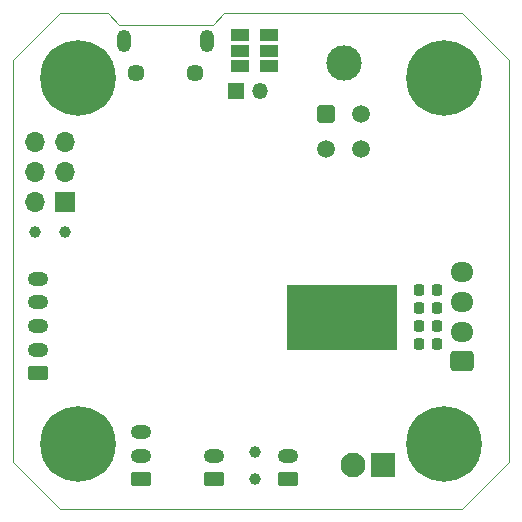
<source format=gbr>
G04 #@! TF.GenerationSoftware,KiCad,Pcbnew,(6.0.5)*
G04 #@! TF.CreationDate,2022-09-26T13:26:44+02:00*
G04 #@! TF.ProjectId,Huvud,48757675-642e-46b6-9963-61645f706362,rev?*
G04 #@! TF.SameCoordinates,PXad91980PY876bf80*
G04 #@! TF.FileFunction,Soldermask,Bot*
G04 #@! TF.FilePolarity,Negative*
%FSLAX46Y46*%
G04 Gerber Fmt 4.6, Leading zero omitted, Abs format (unit mm)*
G04 Created by KiCad (PCBNEW (6.0.5)) date 2022-09-26 13:26:44*
%MOMM*%
%LPD*%
G01*
G04 APERTURE LIST*
G04 Aperture macros list*
%AMRoundRect*
0 Rectangle with rounded corners*
0 $1 Rounding radius*
0 $2 $3 $4 $5 $6 $7 $8 $9 X,Y pos of 4 corners*
0 Add a 4 corners polygon primitive as box body*
4,1,4,$2,$3,$4,$5,$6,$7,$8,$9,$2,$3,0*
0 Add four circle primitives for the rounded corners*
1,1,$1+$1,$2,$3*
1,1,$1+$1,$4,$5*
1,1,$1+$1,$6,$7*
1,1,$1+$1,$8,$9*
0 Add four rect primitives between the rounded corners*
20,1,$1+$1,$2,$3,$4,$5,0*
20,1,$1+$1,$4,$5,$6,$7,0*
20,1,$1+$1,$6,$7,$8,$9,0*
20,1,$1+$1,$8,$9,$2,$3,0*%
G04 Aperture macros list end*
%ADD10C,0.100000*%
G04 #@! TA.AperFunction,Profile*
%ADD11C,0.100000*%
G04 #@! TD*
G04 #@! TA.AperFunction,Profile*
%ADD12C,0.050000*%
G04 #@! TD*
%ADD13RoundRect,0.250000X0.625000X-0.350000X0.625000X0.350000X-0.625000X0.350000X-0.625000X-0.350000X0*%
%ADD14O,1.750000X1.200000*%
%ADD15C,6.400000*%
%ADD16C,0.800000*%
%ADD17O,1.200000X1.900000*%
%ADD18C,1.450000*%
%ADD19R,1.700000X1.700000*%
%ADD20O,1.700000X1.700000*%
%ADD21R,2.100000X2.100000*%
%ADD22C,2.100000*%
%ADD23RoundRect,0.250000X0.725000X-0.600000X0.725000X0.600000X-0.725000X0.600000X-0.725000X-0.600000X0*%
%ADD24O,1.950000X1.700000*%
%ADD25C,3.000000*%
%ADD26RoundRect,0.250001X-0.499999X-0.499999X0.499999X-0.499999X0.499999X0.499999X-0.499999X0.499999X0*%
%ADD27C,1.500000*%
%ADD28R,1.350000X1.350000*%
%ADD29O,1.350000X1.350000*%
%ADD30C,1.000000*%
%ADD31R,1.500000X1.000000*%
%ADD32RoundRect,0.218750X-0.218750X-0.256250X0.218750X-0.256250X0.218750X0.256250X-0.218750X0.256250X0*%
G04 APERTURE END LIST*
D10*
G36*
X32450000Y13550000D02*
G01*
X23200000Y13550000D01*
X23200000Y18950000D01*
X32450000Y18950000D01*
X32450000Y13550000D01*
G37*
X32450000Y13550000D02*
X23200000Y13550000D01*
X23200000Y18950000D01*
X32450000Y18950000D01*
X32450000Y13550000D01*
D11*
X42000000Y38000000D02*
X42000000Y4000000D01*
D12*
X4000000Y42000000D02*
X8000000Y42000000D01*
X17900000Y42000000D02*
X38000000Y42000000D01*
D11*
X9000000Y41000000D02*
X8000000Y42000000D01*
D12*
X4000000Y0D02*
X0Y4000000D01*
X38000000Y42000000D02*
X42000000Y38000000D01*
D11*
X17900000Y42000000D02*
X16900000Y41000000D01*
X16900000Y41000000D02*
X9000000Y41000000D01*
D12*
X0Y38000000D02*
X4000000Y42000000D01*
D11*
X0Y4000000D02*
X0Y38000000D01*
D12*
X38000000Y0D02*
X42000000Y4000000D01*
D11*
X38000000Y0D02*
X4000000Y0D01*
D13*
X2100000Y11500000D03*
D14*
X2100000Y13500000D03*
X2100000Y15500000D03*
X2100000Y17500000D03*
X2100000Y19500000D03*
D13*
X23250000Y2500000D03*
D14*
X23250000Y4500000D03*
D15*
X36500000Y36500000D03*
D16*
X38900000Y36500000D03*
X34802944Y34802944D03*
X38197056Y34802944D03*
X36500000Y38900000D03*
X38197056Y38197056D03*
X36500000Y34100000D03*
X34100000Y36500000D03*
X34802944Y38197056D03*
X36500000Y7900000D03*
X34802944Y3802944D03*
X36500000Y3100000D03*
X34100000Y5500000D03*
X38197056Y7197056D03*
X38197056Y3802944D03*
D15*
X36500000Y5500000D03*
D16*
X34802944Y7197056D03*
X38900000Y5500000D03*
D13*
X10850000Y2500000D03*
D14*
X10850000Y4500000D03*
X10850000Y6500000D03*
D17*
X9400000Y39637500D03*
D18*
X10400000Y36937500D03*
D17*
X16400000Y39637500D03*
D18*
X15400000Y36937500D03*
D16*
X7900000Y5500000D03*
X5500000Y7900000D03*
X7197056Y3802944D03*
X3100000Y5500000D03*
X7197056Y7197056D03*
X3802944Y3802944D03*
D15*
X5500000Y5500000D03*
D16*
X3802944Y7197056D03*
X5500000Y3100000D03*
D19*
X4388500Y26024000D03*
D20*
X1848500Y26024000D03*
X4388500Y28564000D03*
X1848500Y28564000D03*
X4388500Y31104000D03*
X1848500Y31104000D03*
D16*
X7197056Y34802944D03*
X5500000Y34100000D03*
X3100000Y36500000D03*
D15*
X5500000Y36500000D03*
D16*
X3802944Y34802944D03*
X7197056Y38197056D03*
X7900000Y36500000D03*
X5500000Y38900000D03*
X3802944Y38197056D03*
D13*
X17050000Y2500000D03*
D14*
X17050000Y4500000D03*
D21*
X31300000Y3750000D03*
D22*
X28760000Y3750000D03*
D23*
X38038500Y12524000D03*
D24*
X38038500Y15024000D03*
X38038500Y17524000D03*
X38038500Y20024000D03*
D25*
X28000000Y37770000D03*
D26*
X26500000Y33450000D03*
D27*
X29500000Y33450000D03*
X26500000Y30450000D03*
X29500000Y30450000D03*
D28*
X18900000Y35400000D03*
D29*
X20900000Y35400000D03*
D30*
X4388500Y23484000D03*
X1848500Y23484000D03*
X20500000Y2500000D03*
X20500000Y4840000D03*
D31*
X21700000Y37500000D03*
X21700000Y38800000D03*
X21700000Y40100000D03*
D32*
X34362500Y15500000D03*
X35937500Y15500000D03*
X34362500Y14000000D03*
X35937500Y14000000D03*
X34362500Y17000000D03*
X35937500Y17000000D03*
X34362500Y18500000D03*
X35937500Y18500000D03*
D31*
X19200000Y37500000D03*
X19200000Y38800000D03*
X19200000Y40100000D03*
M02*

</source>
